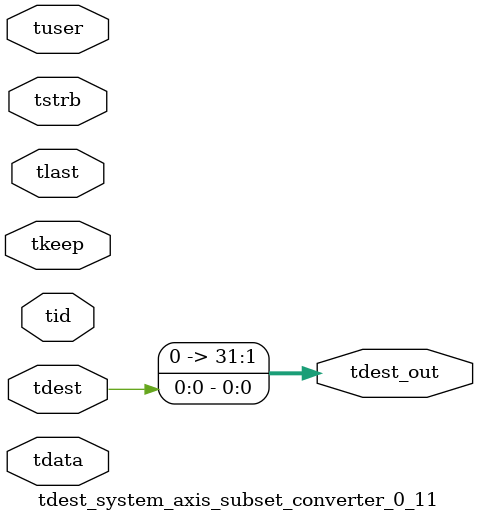
<source format=v>


`timescale 1ps/1ps

module tdest_system_axis_subset_converter_0_11 #
(
parameter C_S_AXIS_TDATA_WIDTH = 32,
parameter C_S_AXIS_TUSER_WIDTH = 0,
parameter C_S_AXIS_TID_WIDTH   = 0,
parameter C_S_AXIS_TDEST_WIDTH = 0,
parameter C_M_AXIS_TDEST_WIDTH = 32
)
(
input  [(C_S_AXIS_TDATA_WIDTH == 0 ? 1 : C_S_AXIS_TDATA_WIDTH)-1:0     ] tdata,
input  [(C_S_AXIS_TUSER_WIDTH == 0 ? 1 : C_S_AXIS_TUSER_WIDTH)-1:0     ] tuser,
input  [(C_S_AXIS_TID_WIDTH   == 0 ? 1 : C_S_AXIS_TID_WIDTH)-1:0       ] tid,
input  [(C_S_AXIS_TDEST_WIDTH == 0 ? 1 : C_S_AXIS_TDEST_WIDTH)-1:0     ] tdest,
input  [(C_S_AXIS_TDATA_WIDTH/8)-1:0 ] tkeep,
input  [(C_S_AXIS_TDATA_WIDTH/8)-1:0 ] tstrb,
input                                                                    tlast,
output [C_M_AXIS_TDEST_WIDTH-1:0] tdest_out
);

assign tdest_out = {tdest[0:0]};

endmodule


</source>
